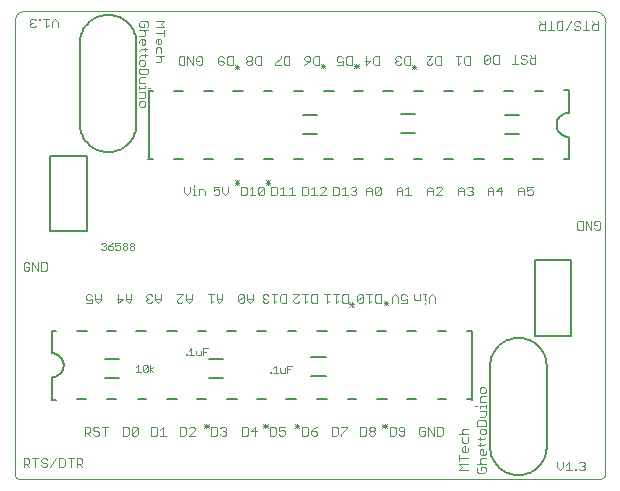
<source format=gto>
G75*
G70*
%OFA0B0*%
%FSLAX24Y24*%
%IPPOS*%
%LPD*%
%AMOC8*
5,1,8,0,0,1.08239X$1,22.5*
%
%ADD10C,0.0000*%
%ADD11C,0.0030*%
%ADD12C,0.0020*%
%ADD13C,0.0060*%
%ADD14C,0.0050*%
D10*
X002429Y003185D02*
X021676Y003185D01*
X021677Y003184D02*
X021706Y003181D01*
X021735Y003182D01*
X021764Y003186D01*
X021792Y003193D01*
X021820Y003204D01*
X021845Y003218D01*
X021869Y003235D01*
X021891Y003255D01*
X021910Y003278D01*
X021926Y003302D01*
X021939Y003328D01*
X021949Y003356D01*
X021956Y003385D01*
X021955Y003385D02*
X021955Y018380D01*
X021955Y018381D02*
X021957Y018416D01*
X021956Y018451D01*
X021951Y018486D01*
X021943Y018521D01*
X021931Y018554D01*
X021916Y018586D01*
X021899Y018617D01*
X021878Y018645D01*
X021854Y018672D01*
X021829Y018696D01*
X021800Y018717D01*
X021770Y018736D01*
X021739Y018751D01*
X021705Y018763D01*
X021671Y018772D01*
X021636Y018778D01*
X021637Y018777D02*
X002497Y018777D01*
X002467Y018769D01*
X002438Y018757D01*
X002410Y018743D01*
X002385Y018725D01*
X002361Y018705D01*
X002340Y018682D01*
X002321Y018658D01*
X002305Y018631D01*
X002292Y018603D01*
X002283Y018573D01*
X002276Y018543D01*
X002273Y018512D01*
X002274Y018481D01*
X002277Y018450D01*
X002268Y003394D01*
X002266Y003370D01*
X002267Y003345D01*
X002272Y003321D01*
X002279Y003298D01*
X002290Y003276D01*
X002304Y003255D01*
X002320Y003237D01*
X002338Y003221D01*
X002359Y003207D01*
X002381Y003197D01*
X002404Y003189D01*
X002428Y003185D01*
D11*
X002558Y003594D02*
X002558Y003884D01*
X002703Y003884D01*
X002752Y003835D01*
X002752Y003739D01*
X002703Y003690D01*
X002558Y003690D01*
X002655Y003690D02*
X002752Y003594D01*
X002950Y003594D02*
X002950Y003884D01*
X003046Y003884D02*
X002853Y003884D01*
X003148Y003835D02*
X003148Y003787D01*
X003196Y003739D01*
X003293Y003739D01*
X003341Y003690D01*
X003341Y003642D01*
X003293Y003594D01*
X003196Y003594D01*
X003148Y003642D01*
X003148Y003835D02*
X003196Y003884D01*
X003293Y003884D01*
X003341Y003835D01*
X003442Y003594D02*
X003636Y003884D01*
X003737Y003884D02*
X003882Y003884D01*
X003930Y003835D01*
X003930Y003642D01*
X003882Y003594D01*
X003737Y003594D01*
X003737Y003884D01*
X004032Y003884D02*
X004225Y003884D01*
X004128Y003884D02*
X004128Y003594D01*
X004326Y003594D02*
X004326Y003884D01*
X004471Y003884D01*
X004520Y003835D01*
X004520Y003739D01*
X004471Y003690D01*
X004326Y003690D01*
X004423Y003690D02*
X004520Y003594D01*
X004592Y004633D02*
X004592Y004924D01*
X004737Y004924D01*
X004785Y004875D01*
X004785Y004779D01*
X004737Y004730D01*
X004592Y004730D01*
X004688Y004730D02*
X004785Y004633D01*
X004886Y004682D02*
X004935Y004633D01*
X005031Y004633D01*
X005080Y004682D01*
X005080Y004730D01*
X005031Y004779D01*
X004935Y004779D01*
X004886Y004827D01*
X004886Y004875D01*
X004935Y004924D01*
X005031Y004924D01*
X005080Y004875D01*
X005181Y004924D02*
X005374Y004924D01*
X005278Y004924D02*
X005278Y004633D01*
X005869Y004638D02*
X006014Y004638D01*
X006063Y004687D01*
X006063Y004880D01*
X006014Y004929D01*
X005869Y004929D01*
X005869Y004638D01*
X006164Y004687D02*
X006164Y004880D01*
X006212Y004929D01*
X006309Y004929D01*
X006357Y004880D01*
X006164Y004687D01*
X006212Y004638D01*
X006309Y004638D01*
X006357Y004687D01*
X006357Y004880D01*
X006814Y004929D02*
X006814Y004638D01*
X006959Y004638D01*
X007008Y004687D01*
X007008Y004880D01*
X006959Y004929D01*
X006814Y004929D01*
X007109Y004832D02*
X007206Y004929D01*
X007206Y004638D01*
X007302Y004638D02*
X007109Y004638D01*
X007777Y004638D02*
X007922Y004638D01*
X007971Y004687D01*
X007971Y004880D01*
X007922Y004929D01*
X007777Y004929D01*
X007777Y004638D01*
X008072Y004638D02*
X008265Y004832D01*
X008265Y004880D01*
X008217Y004929D01*
X008120Y004929D01*
X008072Y004880D01*
X008072Y004638D02*
X008265Y004638D01*
X008822Y004638D02*
X008967Y004638D01*
X009016Y004687D01*
X009016Y004880D01*
X008967Y004929D01*
X008822Y004929D01*
X008822Y004638D01*
X009117Y004687D02*
X009165Y004638D01*
X009262Y004638D01*
X009310Y004687D01*
X009310Y004735D01*
X009262Y004784D01*
X009213Y004784D01*
X009262Y004784D02*
X009310Y004832D01*
X009310Y004880D01*
X009262Y004929D01*
X009165Y004929D01*
X009117Y004880D01*
X009846Y004929D02*
X009846Y004638D01*
X009991Y004638D01*
X010039Y004687D01*
X010039Y004880D01*
X009991Y004929D01*
X009846Y004929D01*
X010140Y004784D02*
X010334Y004784D01*
X010285Y004929D02*
X010140Y004784D01*
X010285Y004638D02*
X010285Y004929D01*
X010769Y004929D02*
X010769Y004638D01*
X010914Y004638D01*
X010963Y004687D01*
X010963Y004880D01*
X010914Y004929D01*
X010769Y004929D01*
X011064Y004929D02*
X011064Y004784D01*
X011161Y004832D01*
X011209Y004832D01*
X011257Y004784D01*
X011257Y004687D01*
X011209Y004638D01*
X011112Y004638D01*
X011064Y004687D01*
X011064Y004929D02*
X011257Y004929D01*
X011854Y004929D02*
X011854Y004638D01*
X011999Y004638D01*
X012047Y004687D01*
X012047Y004880D01*
X011999Y004929D01*
X011854Y004929D01*
X012148Y004784D02*
X012148Y004687D01*
X012197Y004638D01*
X012293Y004638D01*
X012342Y004687D01*
X012342Y004735D01*
X012293Y004784D01*
X012148Y004784D01*
X012245Y004880D01*
X012342Y004929D01*
X012838Y004929D02*
X012838Y004638D01*
X012983Y004638D01*
X013031Y004687D01*
X013031Y004880D01*
X012983Y004929D01*
X012838Y004929D01*
X013132Y004929D02*
X013326Y004929D01*
X013326Y004880D01*
X013132Y004687D01*
X013132Y004638D01*
X013783Y004638D02*
X013928Y004638D01*
X013976Y004687D01*
X013976Y004880D01*
X013928Y004929D01*
X013783Y004929D01*
X013783Y004638D01*
X014077Y004687D02*
X014077Y004735D01*
X014126Y004784D01*
X014222Y004784D01*
X014271Y004735D01*
X014271Y004687D01*
X014222Y004638D01*
X014126Y004638D01*
X014077Y004687D01*
X014126Y004784D02*
X014077Y004832D01*
X014077Y004880D01*
X014126Y004929D01*
X014222Y004929D01*
X014271Y004880D01*
X014271Y004832D01*
X014222Y004784D01*
X014767Y004929D02*
X014767Y004638D01*
X014912Y004638D01*
X014960Y004687D01*
X014960Y004880D01*
X014912Y004929D01*
X014767Y004929D01*
X015062Y004880D02*
X015062Y004832D01*
X015110Y004784D01*
X015255Y004784D01*
X015255Y004880D02*
X015207Y004929D01*
X015110Y004929D01*
X015062Y004880D01*
X015255Y004880D02*
X015255Y004687D01*
X015207Y004638D01*
X015110Y004638D01*
X015062Y004687D01*
X015751Y004687D02*
X015800Y004638D01*
X015896Y004638D01*
X015945Y004687D01*
X015945Y004784D01*
X015848Y004784D01*
X015945Y004880D02*
X015896Y004929D01*
X015800Y004929D01*
X015751Y004880D01*
X015751Y004687D01*
X016046Y004638D02*
X016046Y004929D01*
X016239Y004638D01*
X016239Y004929D01*
X016341Y004929D02*
X016486Y004929D01*
X016534Y004880D01*
X016534Y004687D01*
X016486Y004638D01*
X016341Y004638D01*
X016341Y004929D01*
X017090Y004678D02*
X017380Y004678D01*
X017380Y004577D02*
X017380Y004432D01*
X017332Y004384D01*
X017235Y004384D01*
X017187Y004432D01*
X017187Y004577D01*
X017235Y004678D02*
X017187Y004727D01*
X017187Y004824D01*
X017235Y004872D01*
X017380Y004872D01*
X017669Y004971D02*
X017669Y005116D01*
X017717Y005165D01*
X017911Y005165D01*
X017959Y005116D01*
X017959Y004971D01*
X017669Y004971D01*
X017814Y004870D02*
X017766Y004822D01*
X017766Y004725D01*
X017814Y004677D01*
X017911Y004677D01*
X017959Y004725D01*
X017959Y004822D01*
X017911Y004870D01*
X017814Y004870D01*
X017766Y004577D02*
X017766Y004480D01*
X017717Y004529D02*
X017911Y004529D01*
X017959Y004577D01*
X017959Y004381D02*
X017911Y004332D01*
X017717Y004332D01*
X017766Y004284D02*
X017766Y004381D01*
X017814Y004183D02*
X017862Y004183D01*
X017862Y003989D01*
X017814Y003989D02*
X017766Y004038D01*
X017766Y004134D01*
X017814Y004183D01*
X017959Y004134D02*
X017959Y004038D01*
X017911Y003989D01*
X017814Y003989D01*
X017814Y003888D02*
X017766Y003840D01*
X017766Y003743D01*
X017814Y003695D01*
X017814Y003593D02*
X017814Y003497D01*
X017814Y003593D02*
X017911Y003593D01*
X017959Y003545D01*
X017959Y003448D01*
X017911Y003400D01*
X017717Y003400D01*
X017669Y003448D01*
X017669Y003545D01*
X017717Y003593D01*
X017669Y003695D02*
X017959Y003695D01*
X017959Y003888D02*
X017814Y003888D01*
X017380Y003891D02*
X017090Y003891D01*
X017090Y003795D02*
X017090Y003988D01*
X017235Y004089D02*
X017187Y004138D01*
X017187Y004234D01*
X017235Y004283D01*
X017284Y004283D01*
X017284Y004089D01*
X017332Y004089D02*
X017235Y004089D01*
X017332Y004089D02*
X017380Y004138D01*
X017380Y004234D01*
X017380Y003693D02*
X017090Y003693D01*
X017187Y003597D01*
X017090Y003500D01*
X017380Y003500D01*
X017766Y005266D02*
X017911Y005266D01*
X017959Y005314D01*
X017959Y005459D01*
X017766Y005459D01*
X017766Y005561D02*
X017766Y005609D01*
X017959Y005609D01*
X017959Y005561D02*
X017959Y005657D01*
X017959Y005757D02*
X017766Y005757D01*
X017766Y005902D01*
X017814Y005950D01*
X017959Y005950D01*
X017911Y006052D02*
X017959Y006100D01*
X017959Y006197D01*
X017911Y006245D01*
X017814Y006245D01*
X017766Y006197D01*
X017766Y006100D01*
X017814Y006052D01*
X017911Y006052D01*
X017669Y005609D02*
X017620Y005609D01*
X020336Y003770D02*
X020336Y003577D01*
X020433Y003480D01*
X020530Y003577D01*
X020530Y003770D01*
X020631Y003673D02*
X020728Y003770D01*
X020728Y003480D01*
X020631Y003480D02*
X020825Y003480D01*
X020926Y003480D02*
X020974Y003480D01*
X020974Y003528D01*
X020926Y003528D01*
X020926Y003480D01*
X021073Y003528D02*
X021121Y003480D01*
X021218Y003480D01*
X021267Y003528D01*
X021267Y003577D01*
X021218Y003625D01*
X021170Y003625D01*
X021218Y003625D02*
X021267Y003673D01*
X021267Y003722D01*
X021218Y003770D01*
X021121Y003770D01*
X021073Y003722D01*
X016272Y009061D02*
X016272Y009254D01*
X016176Y009351D01*
X016079Y009254D01*
X016079Y009061D01*
X015978Y009158D02*
X015929Y009158D01*
X015929Y009351D01*
X015881Y009351D02*
X015978Y009351D01*
X015781Y009351D02*
X015781Y009158D01*
X015636Y009158D01*
X015588Y009206D01*
X015588Y009351D01*
X015328Y009303D02*
X015279Y009351D01*
X015182Y009351D01*
X015134Y009303D01*
X015134Y009206D01*
X015182Y009158D01*
X015231Y009158D01*
X015328Y009206D01*
X015328Y009061D01*
X015134Y009061D01*
X015033Y009061D02*
X015033Y009254D01*
X014936Y009351D01*
X014839Y009254D01*
X014839Y009061D01*
X014461Y009061D02*
X014461Y009351D01*
X014316Y009351D01*
X014268Y009303D01*
X014268Y009109D01*
X014316Y009061D01*
X014461Y009061D01*
X014167Y009158D02*
X014070Y009061D01*
X014070Y009351D01*
X014167Y009351D02*
X013973Y009351D01*
X013872Y009303D02*
X013679Y009109D01*
X013679Y009303D01*
X013727Y009351D01*
X013824Y009351D01*
X013872Y009303D01*
X013872Y009109D01*
X013824Y009061D01*
X013727Y009061D01*
X013679Y009109D01*
X013359Y009061D02*
X013214Y009061D01*
X013166Y009109D01*
X013166Y009303D01*
X013214Y009351D01*
X013359Y009351D01*
X013359Y009061D01*
X013064Y009158D02*
X012968Y009061D01*
X012968Y009351D01*
X013064Y009351D02*
X012871Y009351D01*
X012770Y009351D02*
X012576Y009351D01*
X012673Y009351D02*
X012673Y009061D01*
X012770Y009158D01*
X012335Y009061D02*
X012190Y009061D01*
X012142Y009109D01*
X012142Y009303D01*
X012190Y009351D01*
X012335Y009351D01*
X012335Y009061D01*
X012041Y009158D02*
X011944Y009061D01*
X011944Y009351D01*
X012041Y009351D02*
X011847Y009351D01*
X011746Y009351D02*
X011553Y009158D01*
X011553Y009109D01*
X011601Y009061D01*
X011698Y009061D01*
X011746Y009109D01*
X011746Y009351D02*
X011553Y009351D01*
X011312Y009351D02*
X011167Y009351D01*
X011118Y009303D01*
X011118Y009109D01*
X011167Y009061D01*
X011312Y009061D01*
X011312Y009351D01*
X011017Y009351D02*
X010824Y009351D01*
X010920Y009351D02*
X010920Y009061D01*
X011017Y009158D01*
X010722Y009109D02*
X010674Y009061D01*
X010577Y009061D01*
X010529Y009109D01*
X010529Y009158D01*
X010577Y009206D01*
X010529Y009254D01*
X010529Y009303D01*
X010577Y009351D01*
X010674Y009351D01*
X010722Y009303D01*
X010626Y009206D02*
X010577Y009206D01*
X010209Y009206D02*
X010016Y009206D01*
X010016Y009158D02*
X010016Y009351D01*
X009915Y009303D02*
X009721Y009109D01*
X009721Y009303D01*
X009770Y009351D01*
X009866Y009351D01*
X009915Y009303D01*
X009915Y009109D01*
X009866Y009061D01*
X009770Y009061D01*
X009721Y009109D01*
X010016Y009158D02*
X010113Y009061D01*
X010209Y009158D01*
X010209Y009351D01*
X009186Y009351D02*
X009186Y009158D01*
X009089Y009061D01*
X008992Y009158D01*
X008992Y009351D01*
X008891Y009351D02*
X008698Y009351D01*
X008794Y009351D02*
X008794Y009061D01*
X008891Y009158D01*
X008992Y009206D02*
X009186Y009206D01*
X008162Y009206D02*
X007969Y009206D01*
X007969Y009158D02*
X007969Y009351D01*
X007868Y009351D02*
X007674Y009158D01*
X007674Y009109D01*
X007722Y009061D01*
X007819Y009061D01*
X007868Y009109D01*
X007969Y009158D02*
X008065Y009061D01*
X008162Y009158D01*
X008162Y009351D01*
X007868Y009351D02*
X007674Y009351D01*
X007139Y009351D02*
X007139Y009158D01*
X007042Y009061D01*
X006945Y009158D01*
X006945Y009351D01*
X006844Y009303D02*
X006796Y009351D01*
X006699Y009351D01*
X006650Y009303D01*
X006650Y009254D01*
X006699Y009206D01*
X006747Y009206D01*
X006699Y009206D02*
X006650Y009158D01*
X006650Y009109D01*
X006699Y009061D01*
X006796Y009061D01*
X006844Y009109D01*
X006945Y009206D02*
X007139Y009206D01*
X006154Y009206D02*
X005961Y009206D01*
X005961Y009158D02*
X005961Y009351D01*
X005860Y009206D02*
X005666Y009206D01*
X005715Y009351D02*
X005715Y009061D01*
X005860Y009206D01*
X005961Y009158D02*
X006058Y009061D01*
X006154Y009158D01*
X006154Y009351D01*
X005131Y009351D02*
X005131Y009158D01*
X005034Y009061D01*
X004937Y009158D01*
X004937Y009351D01*
X004836Y009303D02*
X004788Y009351D01*
X004691Y009351D01*
X004643Y009303D01*
X004643Y009206D01*
X004691Y009158D01*
X004739Y009158D01*
X004836Y009206D01*
X004836Y009061D01*
X004643Y009061D01*
X004937Y009206D02*
X005131Y009206D01*
X003341Y010177D02*
X003341Y010371D01*
X003293Y010419D01*
X003148Y010419D01*
X003148Y010129D01*
X003293Y010129D01*
X003341Y010177D01*
X003046Y010129D02*
X003046Y010419D01*
X002853Y010419D02*
X002853Y010129D01*
X002752Y010177D02*
X002752Y010274D01*
X002655Y010274D01*
X002558Y010177D02*
X002607Y010129D01*
X002703Y010129D01*
X002752Y010177D01*
X002558Y010177D02*
X002558Y010371D01*
X002607Y010419D01*
X002703Y010419D01*
X002752Y010371D01*
X002853Y010419D02*
X003046Y010129D01*
X007909Y012745D02*
X008005Y012649D01*
X008102Y012745D01*
X008102Y012939D01*
X008203Y012842D02*
X008252Y012842D01*
X008252Y012649D01*
X008300Y012649D02*
X008203Y012649D01*
X008400Y012649D02*
X008400Y012842D01*
X008545Y012842D01*
X008593Y012794D01*
X008593Y012649D01*
X008893Y012697D02*
X008941Y012649D01*
X009038Y012649D01*
X009086Y012697D01*
X009086Y012794D01*
X009038Y012842D01*
X008990Y012842D01*
X008893Y012794D01*
X008893Y012939D01*
X009086Y012939D01*
X009188Y012939D02*
X009188Y012745D01*
X009284Y012649D01*
X009381Y012745D01*
X009381Y012939D01*
X009798Y012939D02*
X009798Y012649D01*
X009944Y012649D01*
X009992Y012697D01*
X009992Y012891D01*
X009944Y012939D01*
X009798Y012939D01*
X010093Y012842D02*
X010190Y012939D01*
X010190Y012649D01*
X010093Y012649D02*
X010287Y012649D01*
X010388Y012697D02*
X010436Y012649D01*
X010533Y012649D01*
X010581Y012697D01*
X010581Y012891D01*
X010388Y012697D01*
X010388Y012891D01*
X010436Y012939D01*
X010533Y012939D01*
X010581Y012891D01*
X010822Y012939D02*
X010967Y012939D01*
X011016Y012891D01*
X011016Y012697D01*
X010967Y012649D01*
X010822Y012649D01*
X010822Y012939D01*
X011117Y012842D02*
X011213Y012939D01*
X011213Y012649D01*
X011117Y012649D02*
X011310Y012649D01*
X011411Y012649D02*
X011605Y012649D01*
X011508Y012649D02*
X011508Y012939D01*
X011411Y012842D01*
X011846Y012939D02*
X011846Y012649D01*
X011991Y012649D01*
X012039Y012697D01*
X012039Y012891D01*
X011991Y012939D01*
X011846Y012939D01*
X012140Y012842D02*
X012237Y012939D01*
X012237Y012649D01*
X012140Y012649D02*
X012334Y012649D01*
X012435Y012649D02*
X012628Y012842D01*
X012628Y012891D01*
X012580Y012939D01*
X012483Y012939D01*
X012435Y012891D01*
X012869Y012939D02*
X013014Y012939D01*
X013063Y012891D01*
X013063Y012697D01*
X013014Y012649D01*
X012869Y012649D01*
X012869Y012939D01*
X013164Y012842D02*
X013261Y012939D01*
X013261Y012649D01*
X013357Y012649D02*
X013164Y012649D01*
X013459Y012697D02*
X013507Y012649D01*
X013604Y012649D01*
X013652Y012697D01*
X013652Y012745D01*
X013604Y012794D01*
X013555Y012794D01*
X013604Y012794D02*
X013652Y012842D01*
X013652Y012891D01*
X013604Y012939D01*
X013507Y012939D01*
X013459Y012891D01*
X013972Y012842D02*
X013972Y012649D01*
X013972Y012794D02*
X014165Y012794D01*
X014165Y012842D02*
X014165Y012649D01*
X014266Y012697D02*
X014460Y012891D01*
X014460Y012697D01*
X014411Y012649D01*
X014315Y012649D01*
X014266Y012697D01*
X014266Y012891D01*
X014315Y012939D01*
X014411Y012939D01*
X014460Y012891D01*
X014165Y012842D02*
X014068Y012939D01*
X013972Y012842D01*
X014995Y012842D02*
X014995Y012649D01*
X014995Y012794D02*
X015189Y012794D01*
X015189Y012842D02*
X015189Y012649D01*
X015290Y012649D02*
X015483Y012649D01*
X015387Y012649D02*
X015387Y012939D01*
X015290Y012842D01*
X015189Y012842D02*
X015092Y012939D01*
X014995Y012842D01*
X016019Y012842D02*
X016019Y012649D01*
X016019Y012794D02*
X016212Y012794D01*
X016212Y012842D02*
X016212Y012649D01*
X016314Y012649D02*
X016507Y012842D01*
X016507Y012891D01*
X016459Y012939D01*
X016362Y012939D01*
X016314Y012891D01*
X016212Y012842D02*
X016116Y012939D01*
X016019Y012842D01*
X016314Y012649D02*
X016507Y012649D01*
X017043Y012649D02*
X017043Y012842D01*
X017139Y012939D01*
X017236Y012842D01*
X017236Y012649D01*
X017337Y012697D02*
X017386Y012649D01*
X017482Y012649D01*
X017531Y012697D01*
X017531Y012745D01*
X017482Y012794D01*
X017434Y012794D01*
X017482Y012794D02*
X017531Y012842D01*
X017531Y012891D01*
X017482Y012939D01*
X017386Y012939D01*
X017337Y012891D01*
X017236Y012794D02*
X017043Y012794D01*
X018027Y012794D02*
X018220Y012794D01*
X018220Y012842D02*
X018220Y012649D01*
X018321Y012794D02*
X018515Y012794D01*
X018467Y012649D02*
X018467Y012939D01*
X018321Y012794D01*
X018220Y012842D02*
X018124Y012939D01*
X018027Y012842D01*
X018027Y012649D01*
X019050Y012649D02*
X019050Y012842D01*
X019147Y012939D01*
X019244Y012842D01*
X019244Y012649D01*
X019345Y012697D02*
X019393Y012649D01*
X019490Y012649D01*
X019539Y012697D01*
X019539Y012794D01*
X019490Y012842D01*
X019442Y012842D01*
X019345Y012794D01*
X019345Y012939D01*
X019539Y012939D01*
X019244Y012794D02*
X019050Y012794D01*
X020998Y011744D02*
X020998Y011550D01*
X021046Y011502D01*
X021191Y011502D01*
X021191Y011792D01*
X021046Y011792D01*
X020998Y011744D01*
X021292Y011792D02*
X021292Y011502D01*
X021486Y011502D02*
X021292Y011792D01*
X021486Y011792D02*
X021486Y011502D01*
X021587Y011550D02*
X021635Y011502D01*
X021732Y011502D01*
X021780Y011550D01*
X021780Y011744D01*
X021732Y011792D01*
X021635Y011792D01*
X021587Y011744D01*
X021587Y011647D01*
X021684Y011647D01*
X015929Y009061D02*
X015929Y009012D01*
X012628Y012649D02*
X012435Y012649D01*
X008252Y012939D02*
X008252Y012987D01*
X007909Y012939D02*
X007909Y012745D01*
X006564Y015597D02*
X006467Y015597D01*
X006419Y015645D01*
X006419Y015742D01*
X006467Y015791D01*
X006564Y015791D01*
X006612Y015742D01*
X006612Y015645D01*
X006564Y015597D01*
X006564Y015892D02*
X006419Y015892D01*
X006564Y015892D02*
X006612Y015940D01*
X006612Y016085D01*
X006419Y016085D01*
X006419Y016185D02*
X006419Y016282D01*
X006419Y016233D02*
X006612Y016233D01*
X006612Y016282D01*
X006612Y016383D02*
X006419Y016383D01*
X006419Y016528D01*
X006467Y016576D01*
X006612Y016576D01*
X006661Y016677D02*
X006467Y016677D01*
X006419Y016726D01*
X006419Y016871D01*
X006709Y016871D01*
X006709Y016726D01*
X006661Y016677D01*
X006564Y016972D02*
X006467Y016972D01*
X006419Y017020D01*
X006419Y017117D01*
X006467Y017166D01*
X006564Y017166D01*
X006612Y017117D01*
X006612Y017020D01*
X006564Y016972D01*
X006958Y017088D02*
X007103Y017088D01*
X007152Y017137D01*
X007152Y017234D01*
X007103Y017282D01*
X007152Y017383D02*
X007152Y017528D01*
X007103Y017576D01*
X007007Y017576D01*
X006958Y017528D01*
X006958Y017383D01*
X006958Y017282D02*
X007249Y017282D01*
X007103Y017678D02*
X007055Y017678D01*
X007055Y017871D01*
X007007Y017871D02*
X007103Y017871D01*
X007152Y017823D01*
X007152Y017726D01*
X007103Y017678D01*
X006958Y017726D02*
X006958Y017823D01*
X007007Y017871D01*
X006958Y018069D02*
X007249Y018069D01*
X007249Y018166D02*
X007249Y017972D01*
X007249Y018267D02*
X006958Y018267D01*
X006958Y018460D02*
X007249Y018460D01*
X007152Y018364D01*
X007249Y018267D01*
X006709Y018297D02*
X006709Y018394D01*
X006661Y018442D01*
X006467Y018442D01*
X006419Y018394D01*
X006419Y018297D01*
X006467Y018249D01*
X006564Y018249D01*
X006564Y018346D01*
X006661Y018249D02*
X006709Y018297D01*
X006709Y018148D02*
X006419Y018148D01*
X006564Y018148D02*
X006612Y018099D01*
X006612Y018003D01*
X006564Y017954D01*
X006419Y017954D01*
X006467Y017853D02*
X006564Y017853D01*
X006612Y017805D01*
X006612Y017708D01*
X006564Y017660D01*
X006516Y017660D01*
X006516Y017853D01*
X006467Y017853D02*
X006419Y017805D01*
X006419Y017708D01*
X006467Y017510D02*
X006419Y017462D01*
X006467Y017510D02*
X006661Y017510D01*
X006612Y017558D02*
X006612Y017462D01*
X006612Y017362D02*
X006612Y017265D01*
X006661Y017314D02*
X006467Y017314D01*
X006419Y017265D01*
X006709Y016233D02*
X006758Y016233D01*
X007726Y017041D02*
X007774Y016992D01*
X007919Y016992D01*
X007919Y017282D01*
X007774Y017282D01*
X007726Y017234D01*
X007726Y017041D01*
X008021Y016992D02*
X008021Y017282D01*
X008214Y016992D01*
X008214Y017282D01*
X008315Y017234D02*
X008315Y017137D01*
X008412Y017137D01*
X008509Y017041D02*
X008509Y017234D01*
X008460Y017282D01*
X008364Y017282D01*
X008315Y017234D01*
X008315Y017041D02*
X008364Y016992D01*
X008460Y016992D01*
X008509Y017041D01*
X009044Y017041D02*
X009092Y016992D01*
X009189Y016992D01*
X009238Y017041D01*
X009238Y017089D01*
X009189Y017137D01*
X009044Y017137D01*
X009044Y017041D02*
X009044Y017234D01*
X009092Y017282D01*
X009189Y017282D01*
X009238Y017234D01*
X009339Y017234D02*
X009339Y017041D01*
X009387Y016992D01*
X009532Y016992D01*
X009532Y017282D01*
X009387Y017282D01*
X009339Y017234D01*
X009989Y017234D02*
X009989Y017186D01*
X010037Y017137D01*
X010134Y017137D01*
X010182Y017089D01*
X010182Y017041D01*
X010134Y016992D01*
X010037Y016992D01*
X009989Y017041D01*
X009989Y017089D01*
X010037Y017137D01*
X010134Y017137D02*
X010182Y017186D01*
X010182Y017234D01*
X010134Y017282D01*
X010037Y017282D01*
X009989Y017234D01*
X010284Y017234D02*
X010284Y017041D01*
X010332Y016992D01*
X010477Y016992D01*
X010477Y017282D01*
X010332Y017282D01*
X010284Y017234D01*
X010934Y017041D02*
X010934Y016992D01*
X011127Y016992D01*
X011229Y017041D02*
X011277Y016992D01*
X011422Y016992D01*
X011422Y017282D01*
X011277Y017282D01*
X011229Y017234D01*
X011229Y017041D01*
X011127Y017234D02*
X011127Y017282D01*
X011127Y017234D02*
X010934Y017041D01*
X011918Y016992D02*
X012015Y017041D01*
X012112Y017137D01*
X011966Y017137D01*
X011918Y017186D01*
X011918Y017234D01*
X011966Y017282D01*
X012063Y017282D01*
X012112Y017234D01*
X012112Y017137D01*
X012213Y017041D02*
X012261Y016992D01*
X012406Y016992D01*
X012406Y017282D01*
X012261Y017282D01*
X012213Y017234D01*
X012213Y017041D01*
X013002Y016992D02*
X013196Y016992D01*
X013196Y017137D01*
X013099Y017089D01*
X013051Y017089D01*
X013002Y017137D01*
X013002Y017234D01*
X013051Y017282D01*
X013148Y017282D01*
X013196Y017234D01*
X013297Y017234D02*
X013297Y017041D01*
X013345Y016992D01*
X013491Y016992D01*
X013491Y017282D01*
X013345Y017282D01*
X013297Y017234D01*
X013926Y017137D02*
X014119Y017137D01*
X013974Y016992D01*
X013974Y017282D01*
X014221Y017234D02*
X014221Y017041D01*
X014269Y016992D01*
X014414Y016992D01*
X014414Y017282D01*
X014269Y017282D01*
X014221Y017234D01*
X014950Y017234D02*
X014950Y017186D01*
X014998Y017137D01*
X015046Y017137D01*
X014998Y017137D02*
X014950Y017089D01*
X014950Y017041D01*
X014998Y016992D01*
X015095Y016992D01*
X015143Y017041D01*
X015244Y017041D02*
X015293Y016992D01*
X015438Y016992D01*
X015438Y017282D01*
X015293Y017282D01*
X015244Y017234D01*
X015244Y017041D01*
X015143Y017234D02*
X015095Y017282D01*
X014998Y017282D01*
X014950Y017234D01*
X015995Y017282D02*
X016188Y017282D01*
X015995Y017089D01*
X015995Y017041D01*
X016043Y016992D01*
X016140Y016992D01*
X016188Y017041D01*
X016289Y017041D02*
X016338Y016992D01*
X016483Y016992D01*
X016483Y017282D01*
X016338Y017282D01*
X016289Y017234D01*
X016289Y017041D01*
X016958Y017282D02*
X017151Y017282D01*
X017054Y017282D02*
X017054Y016992D01*
X017151Y017089D01*
X017252Y017041D02*
X017301Y016992D01*
X017446Y016992D01*
X017446Y017282D01*
X017301Y017282D01*
X017252Y017234D01*
X017252Y017041D01*
X017902Y017080D02*
X018096Y017274D01*
X018048Y017322D01*
X017951Y017322D01*
X017902Y017274D01*
X017902Y017080D01*
X017951Y017032D01*
X018048Y017032D01*
X018096Y017080D01*
X018096Y017274D01*
X018197Y017274D02*
X018197Y017080D01*
X018245Y017032D01*
X018391Y017032D01*
X018391Y017322D01*
X018245Y017322D01*
X018197Y017274D01*
X018836Y017035D02*
X019030Y017035D01*
X018933Y017035D02*
X018933Y017325D01*
X019131Y017277D02*
X019179Y017325D01*
X019276Y017325D01*
X019324Y017277D01*
X019276Y017180D02*
X019179Y017180D01*
X019131Y017228D01*
X019131Y017277D01*
X019276Y017180D02*
X019324Y017132D01*
X019324Y017083D01*
X019276Y017035D01*
X019179Y017035D01*
X019131Y017083D01*
X019425Y017083D02*
X019425Y017180D01*
X019474Y017228D01*
X019619Y017228D01*
X019522Y017228D02*
X019425Y017325D01*
X019619Y017325D02*
X019619Y017035D01*
X019474Y017035D01*
X019425Y017083D01*
X019789Y018155D02*
X019740Y018204D01*
X019740Y018300D01*
X019789Y018349D01*
X019934Y018349D01*
X019934Y018445D02*
X019934Y018155D01*
X019789Y018155D01*
X019837Y018349D02*
X019740Y018445D01*
X020132Y018445D02*
X020132Y018155D01*
X020228Y018155D02*
X020035Y018155D01*
X020329Y018204D02*
X020378Y018155D01*
X020523Y018155D01*
X020523Y018445D01*
X020378Y018445D01*
X020329Y018397D01*
X020329Y018204D01*
X020624Y018155D02*
X020818Y018445D01*
X020919Y018397D02*
X020967Y018445D01*
X021064Y018445D01*
X021112Y018397D01*
X021064Y018300D02*
X020967Y018300D01*
X020919Y018349D01*
X020919Y018397D01*
X021064Y018300D02*
X021112Y018252D01*
X021112Y018204D01*
X021064Y018155D01*
X020967Y018155D01*
X020919Y018204D01*
X021213Y018155D02*
X021407Y018155D01*
X021310Y018155D02*
X021310Y018445D01*
X021508Y018445D02*
X021605Y018349D01*
X021556Y018349D02*
X021702Y018349D01*
X021702Y018445D02*
X021702Y018155D01*
X021556Y018155D01*
X021508Y018204D01*
X021508Y018300D01*
X021556Y018349D01*
X003700Y018243D02*
X003700Y018437D01*
X003603Y018534D01*
X003506Y018437D01*
X003506Y018243D01*
X003405Y018340D02*
X003309Y018243D01*
X003309Y018534D01*
X003405Y018534D02*
X003212Y018534D01*
X003111Y018534D02*
X003062Y018534D01*
X003062Y018485D01*
X003111Y018485D01*
X003111Y018534D01*
X002963Y018485D02*
X002915Y018534D01*
X002818Y018534D01*
X002770Y018485D01*
X002770Y018437D01*
X002818Y018389D01*
X002867Y018389D01*
X002818Y018389D02*
X002770Y018340D01*
X002770Y018292D01*
X002818Y018243D01*
X002915Y018243D01*
X002963Y018292D01*
D12*
X009601Y017000D02*
X009747Y016854D01*
X009747Y016927D02*
X009601Y016927D01*
X009601Y016854D02*
X009747Y017000D01*
X009674Y017000D02*
X009674Y016854D01*
X012475Y016893D02*
X012621Y017040D01*
X012548Y017040D02*
X012548Y016893D01*
X012621Y016893D02*
X012475Y017040D01*
X012475Y016966D02*
X012621Y016966D01*
X013577Y016966D02*
X013724Y016966D01*
X013724Y016893D02*
X013577Y017040D01*
X013650Y017040D02*
X013650Y016893D01*
X013577Y016893D02*
X013724Y017040D01*
X015506Y017000D02*
X015653Y016854D01*
X015653Y016927D02*
X015506Y016927D01*
X015506Y016854D02*
X015653Y017000D01*
X015579Y017000D02*
X015579Y016854D01*
X010771Y013142D02*
X010624Y012995D01*
X010698Y012995D02*
X010698Y013142D01*
X010624Y013142D02*
X010771Y012995D01*
X010771Y013069D02*
X010624Y013069D01*
X009747Y013069D02*
X009601Y013069D01*
X009601Y013142D02*
X009747Y012995D01*
X009674Y012995D02*
X009674Y013142D01*
X009747Y013142D02*
X009601Y012995D01*
X006252Y011029D02*
X006252Y010990D01*
X006212Y010951D01*
X006134Y010951D01*
X006094Y010990D01*
X006094Y011029D01*
X006134Y011069D01*
X006212Y011069D01*
X006252Y011029D01*
X006212Y010951D02*
X006252Y010911D01*
X006252Y010872D01*
X006212Y010833D01*
X006134Y010833D01*
X006094Y010872D01*
X006094Y010911D01*
X006134Y010951D01*
X006016Y010990D02*
X005977Y010951D01*
X005898Y010951D01*
X005859Y010990D01*
X005859Y011029D01*
X005898Y011069D01*
X005977Y011069D01*
X006016Y011029D01*
X006016Y010990D01*
X005977Y010951D02*
X006016Y010911D01*
X006016Y010872D01*
X005977Y010833D01*
X005898Y010833D01*
X005859Y010872D01*
X005859Y010911D01*
X005898Y010951D01*
X005780Y010951D02*
X005780Y010872D01*
X005741Y010833D01*
X005662Y010833D01*
X005623Y010872D01*
X005545Y010872D02*
X005545Y010911D01*
X005505Y010951D01*
X005387Y010951D01*
X005387Y010872D01*
X005427Y010833D01*
X005505Y010833D01*
X005545Y010872D01*
X005623Y010951D02*
X005702Y010990D01*
X005741Y010990D01*
X005780Y010951D01*
X005780Y011069D02*
X005623Y011069D01*
X005623Y010951D01*
X005545Y011069D02*
X005466Y011029D01*
X005387Y010951D01*
X005309Y010990D02*
X005270Y010951D01*
X005309Y010911D01*
X005309Y010872D01*
X005270Y010833D01*
X005191Y010833D01*
X005152Y010872D01*
X005230Y010951D02*
X005270Y010951D01*
X005309Y010990D02*
X005309Y011029D01*
X005270Y011069D01*
X005191Y011069D01*
X005152Y011029D01*
X008156Y007547D02*
X008156Y007311D01*
X008077Y007311D02*
X008235Y007311D01*
X008313Y007350D02*
X008352Y007311D01*
X008470Y007311D01*
X008470Y007468D01*
X008548Y007429D02*
X008627Y007429D01*
X008548Y007311D02*
X008548Y007547D01*
X008706Y007547D01*
X008313Y007468D02*
X008313Y007350D01*
X008156Y007547D02*
X008077Y007468D01*
X007999Y007350D02*
X007999Y007311D01*
X007959Y007311D01*
X007959Y007350D01*
X007999Y007350D01*
X006889Y006924D02*
X006771Y006845D01*
X006889Y006766D01*
X006771Y006766D02*
X006771Y007002D01*
X006693Y006963D02*
X006536Y006805D01*
X006575Y006766D01*
X006654Y006766D01*
X006693Y006805D01*
X006693Y006963D01*
X006654Y007002D01*
X006575Y007002D01*
X006536Y006963D01*
X006536Y006805D01*
X006457Y006766D02*
X006300Y006766D01*
X006379Y006766D02*
X006379Y007002D01*
X006300Y006924D01*
X008577Y005032D02*
X008724Y004885D01*
X008724Y004959D02*
X008577Y004959D01*
X008577Y004885D02*
X008724Y005032D01*
X008650Y005032D02*
X008650Y004885D01*
X010545Y004885D02*
X010692Y005032D01*
X010619Y005032D02*
X010619Y004885D01*
X010692Y004885D02*
X010545Y005032D01*
X010545Y004959D02*
X010692Y004959D01*
X011608Y004959D02*
X011755Y004959D01*
X011755Y005032D02*
X011608Y004885D01*
X011682Y004885D02*
X011682Y005032D01*
X011608Y005032D02*
X011755Y004885D01*
X011355Y006724D02*
X011355Y006960D01*
X011513Y006960D01*
X011434Y006842D02*
X011355Y006842D01*
X011277Y006881D02*
X011277Y006724D01*
X011159Y006724D01*
X011120Y006763D01*
X011120Y006881D01*
X010963Y006960D02*
X010963Y006724D01*
X010884Y006724D02*
X011042Y006724D01*
X010884Y006881D02*
X010963Y006960D01*
X010806Y006763D02*
X010766Y006763D01*
X010766Y006724D01*
X010806Y006724D01*
X010806Y006763D01*
X013419Y008940D02*
X013566Y009087D01*
X013493Y009087D02*
X013493Y008940D01*
X013566Y008940D02*
X013419Y009087D01*
X013419Y009014D02*
X013566Y009014D01*
X014561Y008980D02*
X014708Y009126D01*
X014708Y009053D02*
X014561Y009053D01*
X014561Y009126D02*
X014708Y008980D01*
X014635Y008980D02*
X014635Y009126D01*
X014669Y005032D02*
X014522Y004885D01*
X014595Y004885D02*
X014595Y005032D01*
X014522Y005032D02*
X014669Y004885D01*
X014669Y004959D02*
X014522Y004959D01*
D13*
X012626Y006628D02*
X012154Y006628D01*
X012154Y007258D02*
X012626Y007258D01*
X009201Y007204D02*
X008728Y007204D01*
X008728Y006574D02*
X009201Y006574D01*
X007661Y008127D02*
X007346Y008127D01*
X006637Y008127D02*
X006322Y008127D01*
X005653Y008127D02*
X005338Y008127D01*
X004669Y008127D02*
X004354Y008127D01*
X003645Y008135D02*
X003495Y008135D01*
X003495Y007385D01*
X003534Y007383D01*
X003573Y007377D01*
X003611Y007368D01*
X003648Y007355D01*
X003684Y007338D01*
X003717Y007318D01*
X003749Y007294D01*
X003778Y007268D01*
X003804Y007239D01*
X003828Y007207D01*
X003848Y007174D01*
X003865Y007138D01*
X003878Y007101D01*
X003887Y007063D01*
X003893Y007024D01*
X003895Y006985D01*
X003893Y006946D01*
X003887Y006907D01*
X003878Y006869D01*
X003865Y006832D01*
X003848Y006796D01*
X003828Y006763D01*
X003804Y006731D01*
X003778Y006702D01*
X003749Y006676D01*
X003717Y006652D01*
X003684Y006632D01*
X003648Y006615D01*
X003611Y006602D01*
X003573Y006593D01*
X003534Y006587D01*
X003495Y006585D01*
X003495Y005835D01*
X003645Y005835D01*
X005264Y006571D02*
X005736Y006571D01*
X005736Y007201D02*
X005264Y007201D01*
X006724Y013846D02*
X006724Y016146D01*
X011874Y015311D02*
X012346Y015311D01*
X012346Y014681D02*
X011874Y014681D01*
X015142Y014720D02*
X015614Y014720D01*
X015614Y015350D02*
X015142Y015350D01*
X016559Y013854D02*
X016874Y013854D01*
X017583Y013854D02*
X017898Y013854D01*
X018567Y013854D02*
X018882Y013854D01*
X019551Y013854D02*
X019866Y013854D01*
X020575Y013846D02*
X020724Y013846D01*
X020724Y014596D01*
X020685Y014598D01*
X020646Y014604D01*
X020608Y014613D01*
X020571Y014626D01*
X020535Y014643D01*
X020502Y014663D01*
X020470Y014687D01*
X020441Y014713D01*
X020415Y014742D01*
X020391Y014774D01*
X020371Y014807D01*
X020354Y014843D01*
X020341Y014880D01*
X020332Y014918D01*
X020326Y014957D01*
X020324Y014996D01*
X020326Y015035D01*
X020332Y015074D01*
X020341Y015112D01*
X020354Y015149D01*
X020371Y015185D01*
X020391Y015218D01*
X020415Y015250D01*
X020441Y015279D01*
X020470Y015305D01*
X020502Y015329D01*
X020535Y015349D01*
X020571Y015366D01*
X020608Y015379D01*
X020646Y015388D01*
X020685Y015394D01*
X020724Y015396D01*
X020724Y016146D01*
X020575Y016146D01*
X019079Y015311D02*
X018606Y015311D01*
X018606Y014681D02*
X019079Y014681D01*
X017495Y008135D02*
X017495Y005835D01*
D14*
X017464Y005843D02*
X017346Y005843D01*
X016637Y005843D02*
X016361Y005843D01*
X015653Y005843D02*
X015338Y005843D01*
X014669Y005843D02*
X014354Y005843D01*
X013645Y005843D02*
X013369Y005843D01*
X012661Y005843D02*
X012346Y005843D01*
X011637Y005843D02*
X011322Y005843D01*
X010653Y005843D02*
X010338Y005843D01*
X009669Y005843D02*
X009354Y005843D01*
X008645Y005843D02*
X008330Y005843D01*
X007661Y005843D02*
X007346Y005843D01*
X006637Y005843D02*
X006361Y005843D01*
X005653Y005843D02*
X005338Y005843D01*
X004629Y005843D02*
X004354Y005843D01*
X008369Y008127D02*
X008645Y008127D01*
X009354Y008127D02*
X009629Y008127D01*
X010338Y008127D02*
X010653Y008127D01*
X011361Y008127D02*
X011637Y008127D01*
X012346Y008127D02*
X012661Y008127D01*
X013330Y008127D02*
X013645Y008127D01*
X014354Y008127D02*
X014629Y008127D01*
X015338Y008127D02*
X015653Y008127D01*
X016361Y008127D02*
X016637Y008127D01*
X017346Y008127D02*
X017503Y008127D01*
X018108Y006984D02*
X018108Y004268D01*
X018110Y004207D01*
X018116Y004147D01*
X018125Y004087D01*
X018139Y004028D01*
X018156Y003970D01*
X018177Y003913D01*
X018202Y003858D01*
X018230Y003804D01*
X018261Y003752D01*
X018296Y003703D01*
X018333Y003655D01*
X018374Y003611D01*
X018418Y003568D01*
X018464Y003529D01*
X018512Y003493D01*
X018563Y003460D01*
X018616Y003430D01*
X018670Y003404D01*
X018727Y003381D01*
X018784Y003362D01*
X018843Y003347D01*
X018902Y003335D01*
X018962Y003327D01*
X019023Y003323D01*
X019083Y003323D01*
X019144Y003327D01*
X019204Y003335D01*
X019263Y003347D01*
X019322Y003362D01*
X019379Y003381D01*
X019436Y003404D01*
X019490Y003430D01*
X019543Y003460D01*
X019594Y003493D01*
X019642Y003529D01*
X019688Y003568D01*
X019732Y003611D01*
X019773Y003655D01*
X019810Y003703D01*
X019845Y003752D01*
X019876Y003804D01*
X019904Y003858D01*
X019929Y003913D01*
X019950Y003970D01*
X019967Y004028D01*
X019981Y004087D01*
X019990Y004147D01*
X019996Y004207D01*
X019998Y004268D01*
X019998Y006945D01*
X019996Y007006D01*
X019990Y007066D01*
X019981Y007126D01*
X019967Y007185D01*
X019950Y007243D01*
X019929Y007300D01*
X019904Y007355D01*
X019876Y007409D01*
X019845Y007461D01*
X019810Y007510D01*
X019773Y007558D01*
X019732Y007602D01*
X019688Y007645D01*
X019642Y007684D01*
X019594Y007720D01*
X019543Y007753D01*
X019490Y007783D01*
X019436Y007809D01*
X019379Y007832D01*
X019322Y007851D01*
X019263Y007866D01*
X019204Y007878D01*
X019144Y007886D01*
X019083Y007890D01*
X019023Y007890D01*
X018962Y007886D01*
X018902Y007878D01*
X018843Y007866D01*
X018784Y007851D01*
X018727Y007832D01*
X018670Y007809D01*
X018616Y007783D01*
X018563Y007753D01*
X018512Y007720D01*
X018464Y007684D01*
X018418Y007645D01*
X018374Y007602D01*
X018333Y007558D01*
X018296Y007510D01*
X018261Y007461D01*
X018230Y007409D01*
X018202Y007355D01*
X018177Y007300D01*
X018156Y007243D01*
X018139Y007185D01*
X018125Y007126D01*
X018116Y007066D01*
X018110Y007006D01*
X018108Y006945D01*
X019601Y007967D02*
X019601Y010486D01*
X020821Y010486D01*
X020821Y007967D01*
X019601Y007967D01*
X015850Y013854D02*
X015575Y013854D01*
X014866Y013854D02*
X014591Y013854D01*
X013882Y013854D02*
X013567Y013854D01*
X012858Y013854D02*
X012583Y013854D01*
X011874Y013854D02*
X011559Y013854D01*
X010890Y013854D02*
X010575Y013854D01*
X009866Y013854D02*
X009591Y013854D01*
X008882Y013854D02*
X008567Y013854D01*
X007858Y013854D02*
X007583Y013854D01*
X006874Y013854D02*
X006717Y013854D01*
X006323Y014996D02*
X006323Y017712D01*
X006321Y017773D01*
X006315Y017833D01*
X006306Y017893D01*
X006292Y017952D01*
X006275Y018010D01*
X006254Y018067D01*
X006229Y018122D01*
X006201Y018176D01*
X006170Y018228D01*
X006135Y018277D01*
X006098Y018325D01*
X006057Y018369D01*
X006013Y018412D01*
X005967Y018451D01*
X005919Y018487D01*
X005868Y018520D01*
X005815Y018550D01*
X005761Y018576D01*
X005704Y018599D01*
X005647Y018618D01*
X005588Y018633D01*
X005529Y018645D01*
X005469Y018653D01*
X005408Y018657D01*
X005348Y018657D01*
X005287Y018653D01*
X005227Y018645D01*
X005168Y018633D01*
X005109Y018618D01*
X005052Y018599D01*
X004995Y018576D01*
X004941Y018550D01*
X004888Y018520D01*
X004837Y018487D01*
X004789Y018451D01*
X004743Y018412D01*
X004699Y018369D01*
X004658Y018325D01*
X004621Y018277D01*
X004586Y018228D01*
X004555Y018176D01*
X004527Y018122D01*
X004502Y018067D01*
X004481Y018010D01*
X004464Y017952D01*
X004450Y017893D01*
X004441Y017833D01*
X004435Y017773D01*
X004433Y017712D01*
X004433Y015035D01*
X004435Y014974D01*
X004441Y014914D01*
X004450Y014854D01*
X004464Y014795D01*
X004481Y014737D01*
X004502Y014680D01*
X004527Y014625D01*
X004555Y014571D01*
X004586Y014519D01*
X004621Y014470D01*
X004658Y014422D01*
X004699Y014378D01*
X004743Y014335D01*
X004789Y014296D01*
X004837Y014260D01*
X004888Y014227D01*
X004941Y014197D01*
X004995Y014171D01*
X005052Y014148D01*
X005109Y014129D01*
X005168Y014114D01*
X005227Y014102D01*
X005287Y014094D01*
X005348Y014090D01*
X005408Y014090D01*
X005469Y014094D01*
X005529Y014102D01*
X005588Y014114D01*
X005647Y014129D01*
X005704Y014148D01*
X005761Y014171D01*
X005815Y014197D01*
X005868Y014227D01*
X005919Y014260D01*
X005967Y014296D01*
X006013Y014335D01*
X006057Y014378D01*
X006098Y014422D01*
X006135Y014470D01*
X006170Y014519D01*
X006201Y014571D01*
X006229Y014625D01*
X006254Y014680D01*
X006275Y014737D01*
X006292Y014795D01*
X006306Y014854D01*
X006315Y014914D01*
X006321Y014974D01*
X006323Y015035D01*
X006756Y016138D02*
X006874Y016138D01*
X007583Y016138D02*
X007858Y016138D01*
X008567Y016138D02*
X008882Y016138D01*
X009551Y016138D02*
X009866Y016138D01*
X010575Y016138D02*
X010850Y016138D01*
X011559Y016138D02*
X011874Y016138D01*
X012583Y016138D02*
X012898Y016138D01*
X013567Y016138D02*
X013882Y016138D01*
X014551Y016138D02*
X014866Y016138D01*
X015575Y016138D02*
X015890Y016138D01*
X016559Y016138D02*
X016874Y016138D01*
X017583Y016138D02*
X017858Y016138D01*
X018567Y016138D02*
X018882Y016138D01*
X019591Y016138D02*
X019866Y016138D01*
X004669Y013972D02*
X004669Y011453D01*
X003449Y011453D01*
X003449Y013972D01*
X004669Y013972D01*
M02*

</source>
